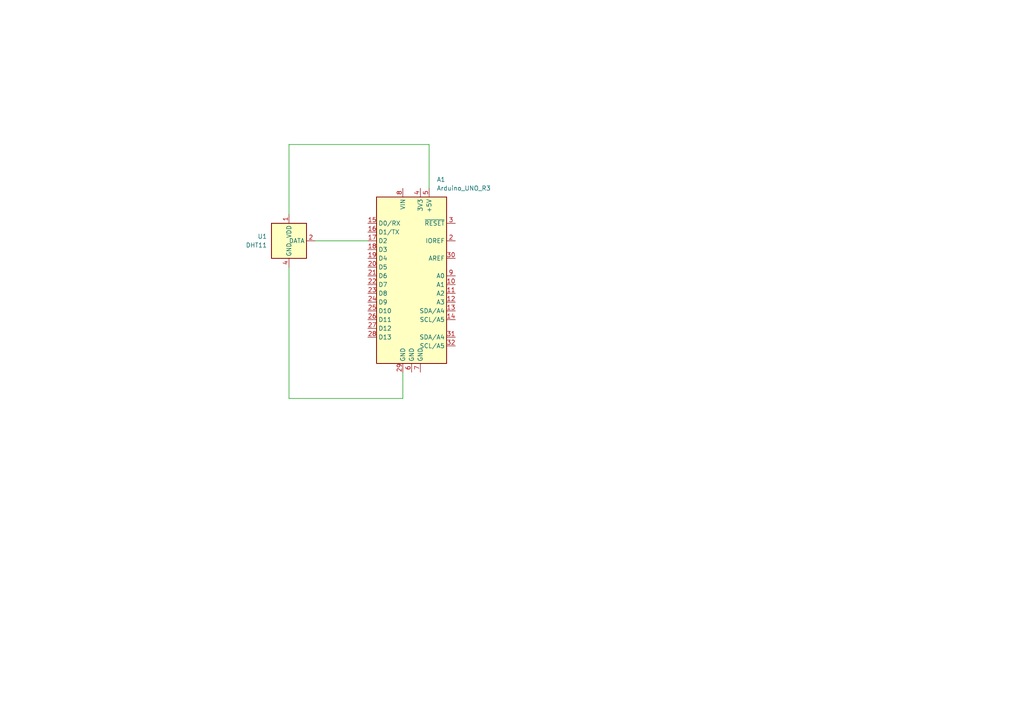
<source format=kicad_sch>
(kicad_sch
	(version 20231120)
	(generator "eeschema")
	(generator_version "8.0")
	(uuid "a56b10d3-3fef-45d1-83f7-a8a82810fd09")
	(paper "A4")
	(lib_symbols
		(symbol "MCU_Module:Arduino_UNO_R3"
			(exclude_from_sim no)
			(in_bom yes)
			(on_board yes)
			(property "Reference" "A"
				(at -10.16 23.495 0)
				(effects
					(font
						(size 1.27 1.27)
					)
					(justify left bottom)
				)
			)
			(property "Value" "Arduino_UNO_R3"
				(at 5.08 -26.67 0)
				(effects
					(font
						(size 1.27 1.27)
					)
					(justify left top)
				)
			)
			(property "Footprint" "Module:Arduino_UNO_R3"
				(at 0 0 0)
				(effects
					(font
						(size 1.27 1.27)
						(italic yes)
					)
					(hide yes)
				)
			)
			(property "Datasheet" "https://www.arduino.cc/en/Main/arduinoBoardUno"
				(at 0 0 0)
				(effects
					(font
						(size 1.27 1.27)
					)
					(hide yes)
				)
			)
			(property "Description" "Arduino UNO Microcontroller Module, release 3"
				(at 0 0 0)
				(effects
					(font
						(size 1.27 1.27)
					)
					(hide yes)
				)
			)
			(property "ki_keywords" "Arduino UNO R3 Microcontroller Module Atmel AVR USB"
				(at 0 0 0)
				(effects
					(font
						(size 1.27 1.27)
					)
					(hide yes)
				)
			)
			(property "ki_fp_filters" "Arduino*UNO*R3*"
				(at 0 0 0)
				(effects
					(font
						(size 1.27 1.27)
					)
					(hide yes)
				)
			)
			(symbol "Arduino_UNO_R3_0_1"
				(rectangle
					(start -10.16 22.86)
					(end 10.16 -25.4)
					(stroke
						(width 0.254)
						(type default)
					)
					(fill
						(type background)
					)
				)
			)
			(symbol "Arduino_UNO_R3_1_1"
				(pin no_connect line
					(at -10.16 -20.32 0)
					(length 2.54) hide
					(name "NC"
						(effects
							(font
								(size 1.27 1.27)
							)
						)
					)
					(number "1"
						(effects
							(font
								(size 1.27 1.27)
							)
						)
					)
				)
				(pin bidirectional line
					(at 12.7 -2.54 180)
					(length 2.54)
					(name "A1"
						(effects
							(font
								(size 1.27 1.27)
							)
						)
					)
					(number "10"
						(effects
							(font
								(size 1.27 1.27)
							)
						)
					)
				)
				(pin bidirectional line
					(at 12.7 -5.08 180)
					(length 2.54)
					(name "A2"
						(effects
							(font
								(size 1.27 1.27)
							)
						)
					)
					(number "11"
						(effects
							(font
								(size 1.27 1.27)
							)
						)
					)
				)
				(pin bidirectional line
					(at 12.7 -7.62 180)
					(length 2.54)
					(name "A3"
						(effects
							(font
								(size 1.27 1.27)
							)
						)
					)
					(number "12"
						(effects
							(font
								(size 1.27 1.27)
							)
						)
					)
				)
				(pin bidirectional line
					(at 12.7 -10.16 180)
					(length 2.54)
					(name "SDA/A4"
						(effects
							(font
								(size 1.27 1.27)
							)
						)
					)
					(number "13"
						(effects
							(font
								(size 1.27 1.27)
							)
						)
					)
				)
				(pin bidirectional line
					(at 12.7 -12.7 180)
					(length 2.54)
					(name "SCL/A5"
						(effects
							(font
								(size 1.27 1.27)
							)
						)
					)
					(number "14"
						(effects
							(font
								(size 1.27 1.27)
							)
						)
					)
				)
				(pin bidirectional line
					(at -12.7 15.24 0)
					(length 2.54)
					(name "D0/RX"
						(effects
							(font
								(size 1.27 1.27)
							)
						)
					)
					(number "15"
						(effects
							(font
								(size 1.27 1.27)
							)
						)
					)
				)
				(pin bidirectional line
					(at -12.7 12.7 0)
					(length 2.54)
					(name "D1/TX"
						(effects
							(font
								(size 1.27 1.27)
							)
						)
					)
					(number "16"
						(effects
							(font
								(size 1.27 1.27)
							)
						)
					)
				)
				(pin bidirectional line
					(at -12.7 10.16 0)
					(length 2.54)
					(name "D2"
						(effects
							(font
								(size 1.27 1.27)
							)
						)
					)
					(number "17"
						(effects
							(font
								(size 1.27 1.27)
							)
						)
					)
				)
				(pin bidirectional line
					(at -12.7 7.62 0)
					(length 2.54)
					(name "D3"
						(effects
							(font
								(size 1.27 1.27)
							)
						)
					)
					(number "18"
						(effects
							(font
								(size 1.27 1.27)
							)
						)
					)
				)
				(pin bidirectional line
					(at -12.7 5.08 0)
					(length 2.54)
					(name "D4"
						(effects
							(font
								(size 1.27 1.27)
							)
						)
					)
					(number "19"
						(effects
							(font
								(size 1.27 1.27)
							)
						)
					)
				)
				(pin output line
					(at 12.7 10.16 180)
					(length 2.54)
					(name "IOREF"
						(effects
							(font
								(size 1.27 1.27)
							)
						)
					)
					(number "2"
						(effects
							(font
								(size 1.27 1.27)
							)
						)
					)
				)
				(pin bidirectional line
					(at -12.7 2.54 0)
					(length 2.54)
					(name "D5"
						(effects
							(font
								(size 1.27 1.27)
							)
						)
					)
					(number "20"
						(effects
							(font
								(size 1.27 1.27)
							)
						)
					)
				)
				(pin bidirectional line
					(at -12.7 0 0)
					(length 2.54)
					(name "D6"
						(effects
							(font
								(size 1.27 1.27)
							)
						)
					)
					(number "21"
						(effects
							(font
								(size 1.27 1.27)
							)
						)
					)
				)
				(pin bidirectional line
					(at -12.7 -2.54 0)
					(length 2.54)
					(name "D7"
						(effects
							(font
								(size 1.27 1.27)
							)
						)
					)
					(number "22"
						(effects
							(font
								(size 1.27 1.27)
							)
						)
					)
				)
				(pin bidirectional line
					(at -12.7 -5.08 0)
					(length 2.54)
					(name "D8"
						(effects
							(font
								(size 1.27 1.27)
							)
						)
					)
					(number "23"
						(effects
							(font
								(size 1.27 1.27)
							)
						)
					)
				)
				(pin bidirectional line
					(at -12.7 -7.62 0)
					(length 2.54)
					(name "D9"
						(effects
							(font
								(size 1.27 1.27)
							)
						)
					)
					(number "24"
						(effects
							(font
								(size 1.27 1.27)
							)
						)
					)
				)
				(pin bidirectional line
					(at -12.7 -10.16 0)
					(length 2.54)
					(name "D10"
						(effects
							(font
								(size 1.27 1.27)
							)
						)
					)
					(number "25"
						(effects
							(font
								(size 1.27 1.27)
							)
						)
					)
				)
				(pin bidirectional line
					(at -12.7 -12.7 0)
					(length 2.54)
					(name "D11"
						(effects
							(font
								(size 1.27 1.27)
							)
						)
					)
					(number "26"
						(effects
							(font
								(size 1.27 1.27)
							)
						)
					)
				)
				(pin bidirectional line
					(at -12.7 -15.24 0)
					(length 2.54)
					(name "D12"
						(effects
							(font
								(size 1.27 1.27)
							)
						)
					)
					(number "27"
						(effects
							(font
								(size 1.27 1.27)
							)
						)
					)
				)
				(pin bidirectional line
					(at -12.7 -17.78 0)
					(length 2.54)
					(name "D13"
						(effects
							(font
								(size 1.27 1.27)
							)
						)
					)
					(number "28"
						(effects
							(font
								(size 1.27 1.27)
							)
						)
					)
				)
				(pin power_in line
					(at -2.54 -27.94 90)
					(length 2.54)
					(name "GND"
						(effects
							(font
								(size 1.27 1.27)
							)
						)
					)
					(number "29"
						(effects
							(font
								(size 1.27 1.27)
							)
						)
					)
				)
				(pin input line
					(at 12.7 15.24 180)
					(length 2.54)
					(name "~{RESET}"
						(effects
							(font
								(size 1.27 1.27)
							)
						)
					)
					(number "3"
						(effects
							(font
								(size 1.27 1.27)
							)
						)
					)
				)
				(pin input line
					(at 12.7 5.08 180)
					(length 2.54)
					(name "AREF"
						(effects
							(font
								(size 1.27 1.27)
							)
						)
					)
					(number "30"
						(effects
							(font
								(size 1.27 1.27)
							)
						)
					)
				)
				(pin bidirectional line
					(at 12.7 -17.78 180)
					(length 2.54)
					(name "SDA/A4"
						(effects
							(font
								(size 1.27 1.27)
							)
						)
					)
					(number "31"
						(effects
							(font
								(size 1.27 1.27)
							)
						)
					)
				)
				(pin bidirectional line
					(at 12.7 -20.32 180)
					(length 2.54)
					(name "SCL/A5"
						(effects
							(font
								(size 1.27 1.27)
							)
						)
					)
					(number "32"
						(effects
							(font
								(size 1.27 1.27)
							)
						)
					)
				)
				(pin power_out line
					(at 2.54 25.4 270)
					(length 2.54)
					(name "3V3"
						(effects
							(font
								(size 1.27 1.27)
							)
						)
					)
					(number "4"
						(effects
							(font
								(size 1.27 1.27)
							)
						)
					)
				)
				(pin power_out line
					(at 5.08 25.4 270)
					(length 2.54)
					(name "+5V"
						(effects
							(font
								(size 1.27 1.27)
							)
						)
					)
					(number "5"
						(effects
							(font
								(size 1.27 1.27)
							)
						)
					)
				)
				(pin power_in line
					(at 0 -27.94 90)
					(length 2.54)
					(name "GND"
						(effects
							(font
								(size 1.27 1.27)
							)
						)
					)
					(number "6"
						(effects
							(font
								(size 1.27 1.27)
							)
						)
					)
				)
				(pin power_in line
					(at 2.54 -27.94 90)
					(length 2.54)
					(name "GND"
						(effects
							(font
								(size 1.27 1.27)
							)
						)
					)
					(number "7"
						(effects
							(font
								(size 1.27 1.27)
							)
						)
					)
				)
				(pin power_in line
					(at -2.54 25.4 270)
					(length 2.54)
					(name "VIN"
						(effects
							(font
								(size 1.27 1.27)
							)
						)
					)
					(number "8"
						(effects
							(font
								(size 1.27 1.27)
							)
						)
					)
				)
				(pin bidirectional line
					(at 12.7 0 180)
					(length 2.54)
					(name "A0"
						(effects
							(font
								(size 1.27 1.27)
							)
						)
					)
					(number "9"
						(effects
							(font
								(size 1.27 1.27)
							)
						)
					)
				)
			)
		)
		(symbol "Sensor:DHT11"
			(exclude_from_sim no)
			(in_bom yes)
			(on_board yes)
			(property "Reference" "U"
				(at -3.81 6.35 0)
				(effects
					(font
						(size 1.27 1.27)
					)
				)
			)
			(property "Value" "DHT11"
				(at 3.81 6.35 0)
				(effects
					(font
						(size 1.27 1.27)
					)
				)
			)
			(property "Footprint" "Sensor:Aosong_DHT11_5.5x12.0_P2.54mm"
				(at 0 -10.16 0)
				(effects
					(font
						(size 1.27 1.27)
					)
					(hide yes)
				)
			)
			(property "Datasheet" "http://akizukidenshi.com/download/ds/aosong/DHT11.pdf"
				(at 3.81 6.35 0)
				(effects
					(font
						(size 1.27 1.27)
					)
					(hide yes)
				)
			)
			(property "Description" "3.3V to 5.5V, temperature and humidity module, DHT11"
				(at 0 0 0)
				(effects
					(font
						(size 1.27 1.27)
					)
					(hide yes)
				)
			)
			(property "ki_keywords" "digital sensor"
				(at 0 0 0)
				(effects
					(font
						(size 1.27 1.27)
					)
					(hide yes)
				)
			)
			(property "ki_fp_filters" "Aosong*DHT11*5.5x12.0*P2.54mm*"
				(at 0 0 0)
				(effects
					(font
						(size 1.27 1.27)
					)
					(hide yes)
				)
			)
			(symbol "DHT11_0_1"
				(rectangle
					(start -5.08 5.08)
					(end 5.08 -5.08)
					(stroke
						(width 0.254)
						(type default)
					)
					(fill
						(type background)
					)
				)
			)
			(symbol "DHT11_1_1"
				(pin power_in line
					(at 0 7.62 270)
					(length 2.54)
					(name "VDD"
						(effects
							(font
								(size 1.27 1.27)
							)
						)
					)
					(number "1"
						(effects
							(font
								(size 1.27 1.27)
							)
						)
					)
				)
				(pin bidirectional line
					(at 7.62 0 180)
					(length 2.54)
					(name "DATA"
						(effects
							(font
								(size 1.27 1.27)
							)
						)
					)
					(number "2"
						(effects
							(font
								(size 1.27 1.27)
							)
						)
					)
				)
				(pin no_connect line
					(at -5.08 0 0)
					(length 2.54) hide
					(name "NC"
						(effects
							(font
								(size 1.27 1.27)
							)
						)
					)
					(number "3"
						(effects
							(font
								(size 1.27 1.27)
							)
						)
					)
				)
				(pin power_in line
					(at 0 -7.62 90)
					(length 2.54)
					(name "GND"
						(effects
							(font
								(size 1.27 1.27)
							)
						)
					)
					(number "4"
						(effects
							(font
								(size 1.27 1.27)
							)
						)
					)
				)
			)
		)
	)
	(wire
		(pts
			(xy 83.82 62.23) (xy 83.82 41.91)
		)
		(stroke
			(width 0)
			(type default)
		)
		(uuid "0bea87e6-f5c0-423b-b843-ea2152b854c4")
	)
	(wire
		(pts
			(xy 83.82 77.47) (xy 83.82 115.57)
		)
		(stroke
			(width 0)
			(type default)
		)
		(uuid "0cda4eb7-0083-4f50-b8f9-85790ddd8f0e")
	)
	(wire
		(pts
			(xy 116.84 115.57) (xy 116.84 107.95)
		)
		(stroke
			(width 0)
			(type default)
		)
		(uuid "0dc1f127-5c62-4615-8168-a753f0a53922")
	)
	(wire
		(pts
			(xy 83.82 41.91) (xy 124.46 41.91)
		)
		(stroke
			(width 0)
			(type default)
		)
		(uuid "3fc139dc-1c33-4b6c-b503-68054e3de38f")
	)
	(wire
		(pts
			(xy 83.82 115.57) (xy 116.84 115.57)
		)
		(stroke
			(width 0)
			(type default)
		)
		(uuid "5ecba995-d19c-4853-a592-39c30a758b2b")
	)
	(wire
		(pts
			(xy 91.44 69.85) (xy 106.68 69.85)
		)
		(stroke
			(width 0)
			(type default)
		)
		(uuid "e577739b-d9ae-4829-a7dc-047a8756f53f")
	)
	(wire
		(pts
			(xy 124.46 41.91) (xy 124.46 54.61)
		)
		(stroke
			(width 0)
			(type default)
		)
		(uuid "f9582532-a2c5-4f7d-b4ce-48eae8839435")
	)
	(symbol
		(lib_id "Sensor:DHT11")
		(at 83.82 69.85 0)
		(unit 1)
		(exclude_from_sim no)
		(in_bom yes)
		(on_board yes)
		(dnp no)
		(fields_autoplaced yes)
		(uuid "79841af2-4810-49f4-a2e1-e5e9fd4ab75b")
		(property "Reference" "U1"
			(at 77.47 68.5799 0)
			(effects
				(font
					(size 1.27 1.27)
				)
				(justify right)
			)
		)
		(property "Value" "DHT11"
			(at 77.47 71.1199 0)
			(effects
				(font
					(size 1.27 1.27)
				)
				(justify right)
			)
		)
		(property "Footprint" "Sensor:Aosong_DHT11_5.5x12.0_P2.54mm"
			(at 83.82 80.01 0)
			(effects
				(font
					(size 1.27 1.27)
				)
				(hide yes)
			)
		)
		(property "Datasheet" "http://akizukidenshi.com/download/ds/aosong/DHT11.pdf"
			(at 87.63 63.5 0)
			(effects
				(font
					(size 1.27 1.27)
				)
				(hide yes)
			)
		)
		(property "Description" "3.3V to 5.5V, temperature and humidity module, DHT11"
			(at 83.82 69.85 0)
			(effects
				(font
					(size 1.27 1.27)
				)
				(hide yes)
			)
		)
		(pin "4"
			(uuid "935f528f-9adc-4c3e-b936-40daceaa88ed")
		)
		(pin "1"
			(uuid "d9808662-4899-40da-b11f-1912691f2a3d")
		)
		(pin "3"
			(uuid "46c12acf-4c91-41c0-a4b3-92ef82ebf04e")
		)
		(pin "2"
			(uuid "fea60fcc-3e24-4284-9af4-beaff4a91bf5")
		)
		(instances
			(project ""
				(path "/a56b10d3-3fef-45d1-83f7-a8a82810fd09"
					(reference "U1")
					(unit 1)
				)
			)
		)
	)
	(symbol
		(lib_id "MCU_Module:Arduino_UNO_R3")
		(at 119.38 80.01 0)
		(unit 1)
		(exclude_from_sim no)
		(in_bom yes)
		(on_board yes)
		(dnp no)
		(fields_autoplaced yes)
		(uuid "798f7d33-584d-4812-9ec4-9a4a4853ce3e")
		(property "Reference" "A1"
			(at 126.6541 52.07 0)
			(effects
				(font
					(size 1.27 1.27)
				)
				(justify left)
			)
		)
		(property "Value" "Arduino_UNO_R3"
			(at 126.6541 54.61 0)
			(effects
				(font
					(size 1.27 1.27)
				)
				(justify left)
			)
		)
		(property "Footprint" "Module:Arduino_UNO_R3"
			(at 119.38 80.01 0)
			(effects
				(font
					(size 1.27 1.27)
					(italic yes)
				)
				(hide yes)
			)
		)
		(property "Datasheet" "https://www.arduino.cc/en/Main/arduinoBoardUno"
			(at 119.38 80.01 0)
			(effects
				(font
					(size 1.27 1.27)
				)
				(hide yes)
			)
		)
		(property "Description" "Arduino UNO Microcontroller Module, release 3"
			(at 119.38 80.01 0)
			(effects
				(font
					(size 1.27 1.27)
				)
				(hide yes)
			)
		)
		(pin "24"
			(uuid "aa022b16-bcd4-4aa2-8731-3d0298b6a7cc")
		)
		(pin "7"
			(uuid "7d202bc8-78e8-4462-b264-9c4e12567e3e")
		)
		(pin "2"
			(uuid "b9e7b387-b7f4-4500-993e-f2c9f14a5be9")
		)
		(pin "21"
			(uuid "27025c23-71bb-4fc7-9c0b-dfc167f4f65e")
		)
		(pin "32"
			(uuid "c5e832b3-cbb6-4f3d-929c-6a13094af3ba")
		)
		(pin "11"
			(uuid "3585f178-9827-48e2-ac7f-e1a57fe0a67c")
		)
		(pin "25"
			(uuid "f4063994-21bf-42e7-a53c-cd7380b28cb9")
		)
		(pin "22"
			(uuid "364d3c04-0b6b-4d8c-9ee9-ee58190188f1")
		)
		(pin "28"
			(uuid "130aaa74-dfd2-4bf5-9f1d-9d17b6badda2")
		)
		(pin "18"
			(uuid "58a9e034-461e-4089-a203-ea5f17cf5757")
		)
		(pin "8"
			(uuid "75924abd-58ba-4c4c-b452-fe90b40bb904")
		)
		(pin "1"
			(uuid "66cf75ba-aea5-468d-971b-270d06494992")
		)
		(pin "17"
			(uuid "133055bb-e1ee-488a-b12f-da98a85044a0")
		)
		(pin "19"
			(uuid "07f8c80a-30ef-4d98-bf91-9106c24d437c")
		)
		(pin "23"
			(uuid "bdf3196a-f137-496d-9ad8-c18f3ec5294b")
		)
		(pin "15"
			(uuid "8a25b6ea-513d-4db7-96b1-3ddf878e6e31")
		)
		(pin "12"
			(uuid "d91d6cc7-6ab3-4d25-b096-5888b0ba0622")
		)
		(pin "16"
			(uuid "0a52f59f-83b6-4c32-a2ca-9c74c12e7946")
		)
		(pin "20"
			(uuid "e66888c1-d57b-4c07-89a2-fd007cd7a10c")
		)
		(pin "9"
			(uuid "87c49f0d-f4ea-4cf5-84ee-7302e170c63f")
		)
		(pin "14"
			(uuid "c5b72cef-805c-4aca-9fa5-e85ecf196f7c")
		)
		(pin "27"
			(uuid "75835b9b-b01c-43ed-bfc3-ae1dc9e16674")
		)
		(pin "4"
			(uuid "0cdcac3c-a525-40ba-a7a5-4b3ddb4419cb")
		)
		(pin "31"
			(uuid "e97fcc03-c268-4123-8688-9c4beba672cd")
		)
		(pin "6"
			(uuid "de2e1ccf-467e-4988-85bb-93e3b03d69d4")
		)
		(pin "26"
			(uuid "42b8b2d0-d02c-4ded-9fd1-531fdf9c47f2")
		)
		(pin "5"
			(uuid "9da6bd7c-98d7-445f-9422-08faa14f12c5")
		)
		(pin "29"
			(uuid "a921b8b3-5938-4845-a543-bcd746847407")
		)
		(pin "3"
			(uuid "54925848-48d6-4c7f-b000-216ed7d5a7f4")
		)
		(pin "30"
			(uuid "abcb0b97-4eda-47f1-a6ce-1b237c0fb9a6")
		)
		(pin "13"
			(uuid "d450cb6c-aec3-4e51-8392-a6aa76316a24")
		)
		(pin "10"
			(uuid "9d58dda3-08e3-4e45-90b0-d8472b745522")
		)
		(instances
			(project ""
				(path "/a56b10d3-3fef-45d1-83f7-a8a82810fd09"
					(reference "A1")
					(unit 1)
				)
			)
		)
	)
	(sheet_instances
		(path "/"
			(page "1")
		)
	)
)

</source>
